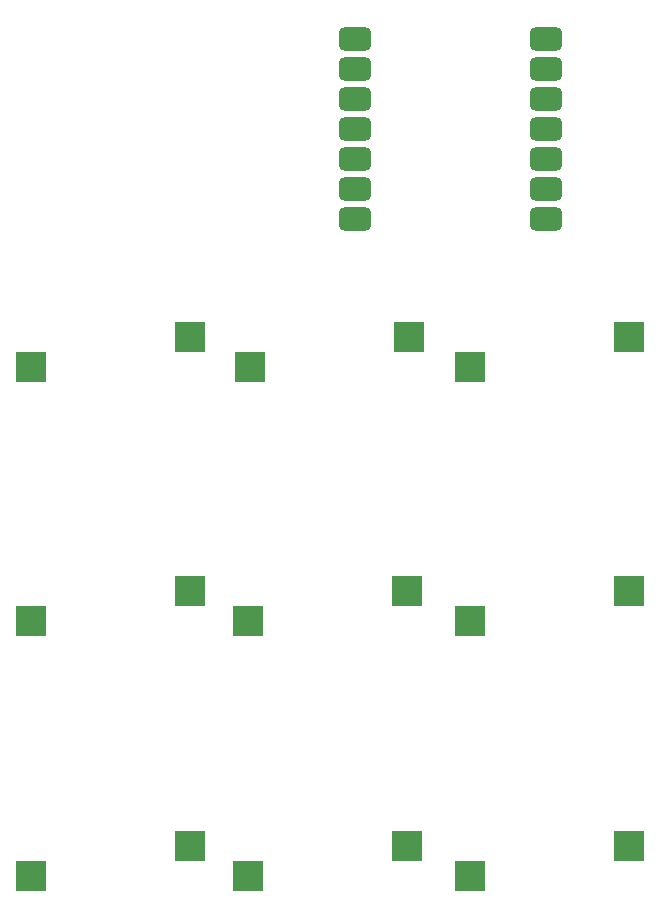
<source format=gbr>
G04*
G04 #@! TF.GenerationSoftware,Altium Limited,Altium Designer,25.8.1 (18)*
G04*
G04 Layer_Color=128*
%FSLAX44Y44*%
%MOMM*%
G71*
G04*
G04 #@! TF.SameCoordinates,DF3AAA51-F136-4719-93B0-9B07129043F7*
G04*
G04*
G04 #@! TF.FilePolarity,Positive*
G04*
G01*
G75*
G04:AMPARAMS|DCode=39|XSize=2.75mm|YSize=2mm|CornerRadius=0.5mm|HoleSize=0mm|Usage=FLASHONLY|Rotation=180.000|XOffset=0mm|YOffset=0mm|HoleType=Round|Shape=RoundedRectangle|*
%AMROUNDEDRECTD39*
21,1,2.7500,1.0000,0,0,180.0*
21,1,1.7500,2.0000,0,0,180.0*
1,1,1.0000,-0.8750,0.5000*
1,1,1.0000,0.8750,0.5000*
1,1,1.0000,0.8750,-0.5000*
1,1,1.0000,-0.8750,-0.5000*
%
%ADD39ROUNDEDRECTD39*%
%ADD40R,2.5500X2.5000*%
D39*
X799110Y914400D02*
D03*
Y889000D02*
D03*
Y863600D02*
D03*
Y838200D02*
D03*
Y812800D02*
D03*
Y787400D02*
D03*
Y762000D02*
D03*
X961110Y914400D02*
D03*
Y889000D02*
D03*
Y863600D02*
D03*
Y838200D02*
D03*
Y812800D02*
D03*
Y787400D02*
D03*
Y762000D02*
D03*
D40*
X524570Y636270D02*
D03*
X659070Y661670D02*
D03*
X844490D02*
D03*
X709990Y636270D02*
D03*
X896680D02*
D03*
X1031180Y661670D02*
D03*
X659070Y447040D02*
D03*
X524570Y421640D02*
D03*
X708720D02*
D03*
X843220Y447040D02*
D03*
X1031180D02*
D03*
X896680Y421640D02*
D03*
X524570Y205740D02*
D03*
X659070Y231140D02*
D03*
X843220D02*
D03*
X708720Y205740D02*
D03*
X896680D02*
D03*
X1031180Y231140D02*
D03*
M02*

</source>
